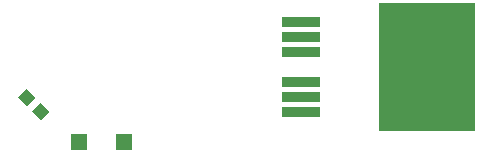
<source format=gtp>
G75*
%MOIN*%
%OFA0B0*%
%FSLAX25Y25*%
%IPPOS*%
%LPD*%
%AMOC8*
5,1,8,0,0,1.08239X$1,22.5*
%
%ADD10R,0.05512X0.05512*%
%ADD11R,0.04331X0.03937*%
%ADD12R,0.12598X0.03543*%
%ADD13R,0.32087X0.42520*%
D10*
X0052320Y0060330D03*
X0067280Y0060330D03*
D11*
G36*
X0039805Y0067542D02*
X0036744Y0070603D01*
X0039527Y0073386D01*
X0042588Y0070325D01*
X0039805Y0067542D01*
G37*
G36*
X0035073Y0072275D02*
X0032012Y0075336D01*
X0034795Y0078119D01*
X0037856Y0075058D01*
X0035073Y0072275D01*
G37*
D12*
X0126473Y0070330D03*
X0126473Y0075330D03*
X0126473Y0080330D03*
X0126473Y0090330D03*
X0126473Y0095330D03*
X0126473Y0100330D03*
D13*
X0168442Y0085330D03*
M02*

</source>
